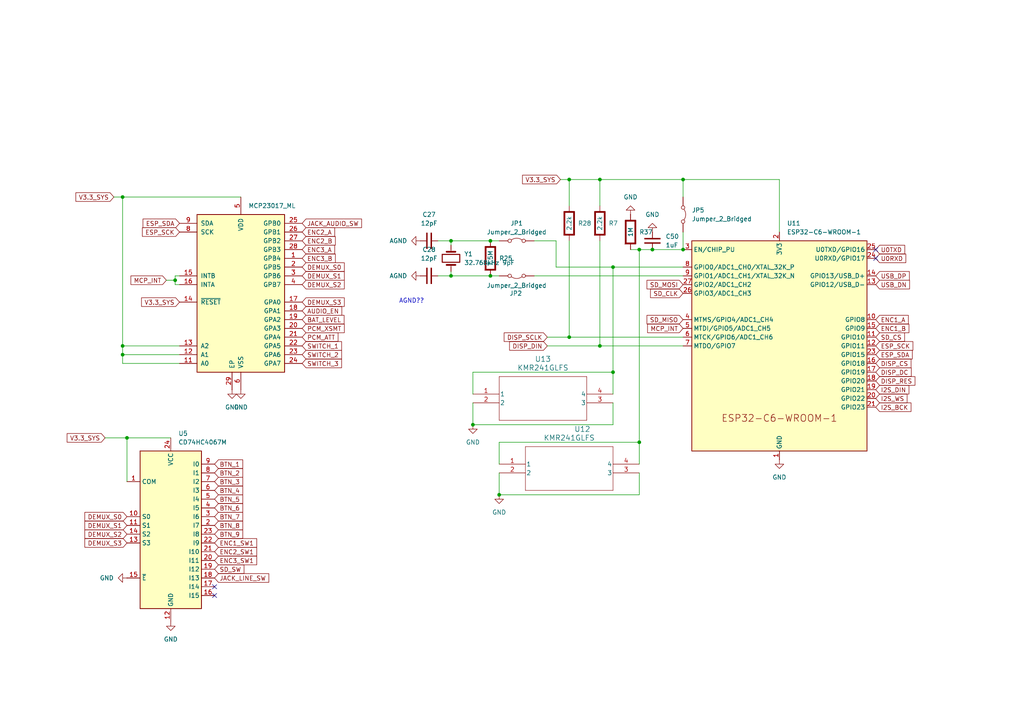
<source format=kicad_sch>
(kicad_sch (version 20231120) (generator "eeschema") (generator_version "8.0")
  (paper "A4")
  (lib_symbols
    (symbol "74xx:CD74HC4067M"
      (property "Reference" "U" (at -8.89 22.86 0))
      (property "Value" "CD74HC4067M" (at 1.27 22.86 0))
      (symbol "CD74HC4067M_0_1"
        (rectangle (start -8.89 21.59) (end 8.89 -24.13) (stroke (width 0.254)) (fill (type background)))
      )
      (symbol "CD74HC4067M_1_1"
        (pin passive line (at -12.7 12.7 0) (length 3.81) (name "COM") (number "1"))
        (pin input line (at -12.7 2.54 0) (length 3.81) (name "S0") (number "10"))
        (pin input line (at -12.7 0 0) (length 3.81) (name "S1") (number "11"))
        (pin power_in line (at 0 -27.94 90) (length 3.81) (name "GND") (number "12"))
        (pin input line (at -12.7 -5.08 0) (length 3.81) (name "S3") (number "13"))
        (pin input line (at -12.7 -2.54 0) (length 3.81) (name "S2") (number "14"))
        (pin input line (at -12.7 -15.24 0) (length 3.81) (name "~{E}") (number "15"))
        (pin passive line (at 12.7 -20.32 180) (length 3.81) (name "I15") (number "16"))
        (pin passive line (at 12.7 -17.78 180) (length 3.81) (name "I14") (number "17"))
        (pin passive line (at 12.7 -15.24 180) (length 3.81) (name "I13") (number "18"))
        (pin passive line (at 12.7 -12.7 180) (length 3.81) (name "I12") (number "19"))
        (pin passive line (at 12.7 0 180) (length 3.81) (name "I7") (number "2"))
        (pin passive line (at 12.7 -10.16 180) (length 3.81) (name "I11") (number "20"))
        (pin passive line (at 12.7 -7.62 180) (length 3.81) (name "I10") (number "21"))
        (pin passive line (at 12.7 -5.08 180) (length 3.81) (name "I9") (number "22"))
        (pin passive line (at 12.7 -2.54 180) (length 3.81) (name "I8") (number "23"))
        (pin power_in line (at 0 25.4 270) (length 3.81) (name "VCC") (number "24"))
        (pin passive line (at 12.7 2.54 180) (length 3.81) (name "I6") (number "3"))
        (pin passive line (at 12.7 5.08 180) (length 3.81) (name "I5") (number "4"))
        (pin passive line (at 12.7 7.62 180) (length 3.81) (name "I4") (number "5"))
        (pin passive line (at 12.7 10.16 180) (length 3.81) (name "I3") (number "6"))
        (pin passive line (at 12.7 12.7 180) (length 3.81) (name "I2") (number "7"))
        (pin passive line (at 12.7 15.24 180) (length 3.81) (name "I1") (number "8"))
        (pin passive line (at 12.7 17.78 180) (length 3.81) (name "I0") (number "9"))
      )
    )
    (symbol "Device:Crystal" (pin_numbers hide) (pin_names (offset 1.016) hide)
      (property "Reference" "Y" (at 0 3.81 0))
      (property "Value" "Crystal" (at 0 -3.81 0))
      (symbol "Crystal_0_1"
        (rectangle (start -1.143 2.54) (end 1.143 -2.54) (stroke (width 0.3048)))
        (polyline (pts (xy -2.54 0) (xy -1.905 0)))
        (polyline (pts (xy -1.905 -1.27) (xy -1.905 1.27)) (stroke (width 0.508)))
        (polyline (pts (xy 1.905 -1.27) (xy 1.905 1.27)) (stroke (width 0.508)))
        (polyline (pts (xy 2.54 0) (xy 1.905 0)))
      )
      (symbol "Crystal_1_1"
        (pin passive line (at -3.81 0 0) (length 1.27) (name "1") (number "1"))
        (pin passive line (at 3.81 0 180) (length 1.27) (name "2") (number "2"))
      )
    )
    (symbol "Interface_Expansion:MCP23017_ML" (pin_names (offset 1.016))
      (property "Reference" "U" (at -11.43 24.13 0))
      (property "Value" "MCP23017_ML" (at 0 0 0))
      (symbol "MCP23017_ML_0_1"
        (rectangle (start -12.7 22.86) (end 12.7 -22.86) (stroke (width 0.254)) (fill (type background)))
      )
      (symbol "MCP23017_ML_1_1"
        (pin bidirectional line (at 17.78 10.16 180) (length 5.08) (name "GPB4") (number "1"))
        (pin no_connect line (at -12.7 12.7 0) (length 5.08) hide (name "NC") (number "10"))
        (pin input line (at -17.78 -20.32 0) (length 5.08) (name "A0") (number "11"))
        (pin input line (at -17.78 -17.78 0) (length 5.08) (name "A1") (number "12"))
        (pin input line (at -17.78 -15.24 0) (length 5.08) (name "A2") (number "13"))
        (pin input line (at -17.78 -2.54 0) (length 5.08) (name "~{RESET}") (number "14"))
        (pin tri_state line (at -17.78 5.08 0) (length 5.08) (name "INTB") (number "15"))
        (pin tri_state line (at -17.78 2.54 0) (length 5.08) (name "INTA") (number "16"))
        (pin bidirectional line (at 17.78 -2.54 180) (length 5.08) (name "GPA0") (number "17"))
        (pin bidirectional line (at 17.78 -5.08 180) (length 5.08) (name "GPA1") (number "18"))
        (pin bidirectional line (at 17.78 -7.62 180) (length 5.08) (name "GPA2") (number "19"))
        (pin bidirectional line (at 17.78 7.62 180) (length 5.08) (name "GPB5") (number "2"))
        (pin bidirectional line (at 17.78 -10.16 180) (length 5.08) (name "GPA3") (number "20"))
        (pin bidirectional line (at 17.78 -12.7 180) (length 5.08) (name "GPA4") (number "21"))
        (pin bidirectional line (at 17.78 -15.24 180) (length 5.08) (name "GPA5") (number "22"))
        (pin bidirectional line (at 17.78 -17.78 180) (length 5.08) (name "GPA6") (number "23"))
        (pin bidirectional line (at 17.78 -20.32 180) (length 5.08) (name "GPA7") (number "24"))
        (pin bidirectional line (at 17.78 20.32 180) (length 5.08) (name "GPB0") (number "25"))
        (pin bidirectional line (at 17.78 17.78 180) (length 5.08) (name "GPB1") (number "26"))
        (pin bidirectional line (at 17.78 15.24 180) (length 5.08) (name "GPB2") (number "27"))
        (pin bidirectional line (at 17.78 12.7 180) (length 5.08) (name "GPB3") (number "28"))
        (pin passive line (at -2.54 -27.94 90) (length 5.08) (name "EP") (number "29"))
        (pin bidirectional line (at 17.78 5.08 180) (length 5.08) (name "GPB6") (number "3"))
        (pin bidirectional line (at 17.78 2.54 180) (length 5.08) (name "GPB7") (number "4"))
        (pin power_in line (at 0 27.94 270) (length 5.08) (name "VDD") (number "5"))
        (pin power_in line (at 0 -27.94 90) (length 5.08) (name "VSS") (number "6"))
        (pin no_connect line (at -12.7 15.24 0) (length 5.08) hide (name "NC") (number "7"))
        (pin input line (at -17.78 17.78 0) (length 5.08) (name "SCK") (number "8"))
        (pin bidirectional line (at -17.78 20.32 0) (length 5.08) (name "SDA") (number "9"))
      )
    )
    (symbol "Jumper:Jumper_2_Bridged" (pin_numbers hide) (pin_names (offset 0) hide) (exclude_from_sim yes)
      (property "Reference" "JP" (at 0 1.905 0))
      (property "Value" "Jumper_2_Bridged" (at 0 -2.54 0))
      (symbol "Jumper_2_Bridged_0_0"
        (circle (center -2.032 0) (radius 0.508))
        (circle (center 2.032 0) (radius 0.508))
      )
      (symbol "Jumper_2_Bridged_0_1"
        (arc (start 1.524 0.254) (mid 0 0.762) (end -1.524 0.254))
      )
      (symbol "Jumper_2_Bridged_1_1"
        (pin passive line (at -5.08 0 0) (length 2.54) (name "A") (number "1"))
        (pin passive line (at 5.08 0 180) (length 2.54) (name "B") (number "2"))
      )
    )
    (symbol "PCM_Elektuur:R" (pin_numbers hide) (pin_names (offset 0) hide)
      (property "Reference" "R" (at 2.54 3.175 0))
      (property "Value" "R" (at 0 0 90))
      (symbol "R_1_1"
        (polyline (pts (xy -1.524 -3.429) (xy 1.524 -3.429) (xy 1.524 3.429) (xy -1.524 3.429) (xy -1.524 -3.429) (xy -1.27 -3.175) (xy -1.27 3.175) (xy 1.27 3.175) (xy 1.27 -3.175) (xy -1.27 -3.175) (xy -1.524 -3.429)) (stroke (width 0.254)) (fill (type outline)))
        (pin passive line (at 0 5.08 270) (length 1.651) (name "+") (number "1"))
        (pin passive line (at 0 -5.08 90) (length 1.651) (name "-") (number "2"))
      )
      (symbol "R_1_2"
        (polyline (pts (xy -0.508 -3.429) (xy 1.524 -3.429) (xy 1.524 3.429) (xy -0.508 3.429) (xy -0.508 3.175) (xy 1.27 3.175) (xy 1.27 -3.175) (xy -0.508 -3.175) (xy -0.508 -3.429)) (stroke (width 0.254)) (fill (type outline)))
        (pin passive line (at 0 5.08 270) (length 1.651) (name "+") (number "1"))
        (pin passive line (at 0 -5.08 90) (length 1.651) (name "-") (number "2"))
      )
      (symbol "R_1_3"
        (polyline (pts (xy 0 3.4798) (xy 0 3.2004) (xy 0.7112 2.794) (xy -1.1938 1.6764) (xy 0.7112 0.5588) (xy -1.1938 -0.5588) (xy 0.7112 -1.6764) (xy -1.1938 -2.794) (xy 0 -3.4798) (xy 0 -3.2004) (xy -0.7112 -2.794) (xy 1.1938 -1.6764) (xy -0.7112 -0.5588) (xy 1.1938 0.5588) (xy -0.7112 1.6764) (xy 1.1938 2.794) (xy 0 3.4798)) (stroke (width 0.254)) (fill (type outline)))
        (pin passive line (at 0 5.08 270) (length 1.6002) (name "+") (number "1"))
        (pin passive line (at 0 -5.08 90) (length 1.6002) (name "-") (number "2"))
      )
      (symbol "R_1_4"
        (polyline (pts (xy 0 4.5466) (xy 0 4.2672) (xy 0.0508 4.2418) (xy 1.016 3.683) (xy -1.524 2.2098) (xy 1.016 0.7366) (xy -1.524 -0.7366) (xy 1.016 -2.2098) (xy -1.524 -3.683) (xy -0.0762 -4.5212) (xy 0 -4.5466) (xy 0 -4.2672) (xy -0.0508 -4.2418) (xy -1.016 -3.683) (xy 1.524 -2.2098) (xy -1.016 -0.7366) (xy 1.524 0.7366) (xy -1.016 2.2098) (xy 1.524 3.683) (xy 0.0762 4.5212) (xy 0 4.5466)) (stroke (width 0.254)) (fill (type outline)))
        (pin passive line (at 0 5.08 270) (length 0.5334) (name "+") (number "1"))
        (pin passive line (at 0 -5.08 90) (length 0.5334) (name "-") (number "2"))
      )
    )
    (symbol "PCM_Espressif:ESP32-C6-WROOM-1"
      (property "Reference" "U" (at -25.4 35.56 0))
      (property "Value" "ESP32-C6-WROOM-1" (at -25.4 33.02 0))
      (symbol "ESP32-C6-WROOM-1_0_0"
        (text "ESP32-C6-WROOM-1" (at 0 -20.955 0) (effects (font (size 2 2))))
      )
      (symbol "ESP32-C6-WROOM-1_0_1"
        (rectangle (start -25.4 30.48) (end 25.4 -30.48) (stroke (width 0.254)) (fill (type background)))
      )
      (symbol "ESP32-C6-WROOM-1_1_1"
        (pin power_in line (at 0 -33.02 90) (length 2.54) (name "GND") (number "1"))
        (pin bidirectional line (at 27.94 7.62 180) (length 2.54) (name "GPIO8") (number "10"))
        (pin bidirectional line (at 27.94 2.54 180) (length 2.54) (name "GPIO10") (number "11"))
        (pin bidirectional line (at 27.94 0 180) (length 2.54) (name "GPIO11") (number "12"))
        (pin bidirectional line (at 27.94 17.78 180) (length 2.54) (name "GPIO12/USB_D-") (number "13"))
        (pin bidirectional line (at 27.94 20.32 180) (length 2.54) (name "GPIO13/USB_D+") (number "14"))
        (pin bidirectional line (at 27.94 5.08 180) (length 2.54) (name "GPIO9") (number "15"))
        (pin bidirectional line (at 27.94 -5.08 180) (length 2.54) (name "GPIO18") (number "16"))
        (pin bidirectional line (at 27.94 -7.62 180) (length 2.54) (name "GPIO19") (number "17"))
        (pin bidirectional line (at 27.94 -10.16 180) (length 2.54) (name "GPIO20") (number "18"))
        (pin bidirectional line (at 27.94 -12.7 180) (length 2.54) (name "GPIO21") (number "19"))
        (pin power_in line (at 0 33.02 270) (length 2.54) (name "3V3") (number "2"))
        (pin bidirectional line (at 27.94 -15.24 180) (length 2.54) (name "GPIO22") (number "20"))
        (pin bidirectional line (at 27.94 -17.78 180) (length 2.54) (name "GPIO23") (number "21"))
        (pin no_connect line (at -25.4 -12.7 0) (length 2.54) hide (name "NC") (number "22"))
        (pin bidirectional line (at 27.94 -2.54 180) (length 2.54) (name "GPIO15") (number "23"))
        (pin bidirectional line (at 27.94 25.4 180) (length 2.54) (name "U0RXD/GPIO17") (number "24"))
        (pin bidirectional line (at 27.94 27.94 180) (length 2.54) (name "U0TXD/GPIO16") (number "25"))
        (pin bidirectional line (at -27.94 15.24 0) (length 2.54) (name "GPIO3/ADC1_CH3") (number "26"))
        (pin bidirectional line (at -27.94 17.78 0) (length 2.54) (name "GPIO2/ADC1_CH2") (number "27"))
        (pin passive line (at 0 -33.02 90) (length 2.54) hide (name "GND") (number "28"))
        (pin passive line (at 0 -33.02 90) (length 2.54) hide (name "GND") (number "29"))
        (pin input line (at -27.94 27.94 0) (length 2.54) (name "EN/CHIP_PU") (number "3"))
        (pin bidirectional line (at -27.94 7.62 0) (length 2.54) (name "MTMS/GPIO4/ADC1_CH4") (number "4"))
        (pin bidirectional line (at -27.94 5.08 0) (length 2.54) (name "MTDI/GPIO5/ADC1_CH5") (number "5"))
        (pin bidirectional line (at -27.94 2.54 0) (length 2.54) (name "MTCK/GPIO6/ADC1_CH6") (number "6"))
        (pin bidirectional line (at -27.94 0 0) (length 2.54) (name "MTDO/GPIO7") (number "7"))
        (pin bidirectional line (at -27.94 22.86 0) (length 2.54) (name "GPIO0/ADC1_CH0/XTAL_32K_P") (number "8"))
        (pin bidirectional line (at -27.94 20.32 0) (length 2.54) (name "GPIO1/ADC1_CH1/XTAL_32K_N") (number "9"))
      )
    )
    (symbol "PCM_SL_Devices:Capacitor_NP"
      (property "Reference" "C" (at 0 6.35 0))
      (property "Value" "Capacitor_NP" (at 0 3.81 0))
      (symbol "Capacitor_NP_0_1"
        (rectangle (start -0.762 2.286) (end -0.508 -2.286) (fill (type outline)))
        (rectangle (start 0.508 2.286) (end 0.762 -2.286) (fill (type outline)))
      )
      (symbol "Capacitor_NP_1_1"
        (pin passive line (at -2.54 0 0) (length 2) (name "~") (number "1"))
        (pin input line (at 2.54 0 180) (length 2) (name "~") (number "2"))
      )
    )
    (symbol "power:GND" (power) (pin_numbers hide) (pin_names (offset 0) hide)
      (property "Value" "GND" (at 0 -3.81 0))
      (symbol "GND_0_1"
        (polyline (pts (xy 0 0) (xy 0 -1.27) (xy 1.27 -1.27) (xy 0 -2.54) (xy -1.27 -1.27) (xy 0 -1.27)))
      )
      (symbol "GND_1_1"
        (pin power_in line (at 0 0 270) (length 0) (name "~") (number "1"))
      )
    )
    (symbol "uwu:KMR241GLFS" (pin_names (offset 0.254))
      (property "Reference" "U" (at 20.32 10.16 0))
      (property "Value" "KMR241GLFS" (at 20.32 7.62 0))
      (symbol "KMR241GLFS_0_1"
        (polyline (pts (xy 7.62 -7.62) (xy 33.02 -7.62)) (stroke (width 0.127)))
        (polyline (pts (xy 7.62 5.08) (xy 7.62 -7.62)) (stroke (width 0.127)))
        (polyline (pts (xy 33.02 -7.62) (xy 33.02 5.08)) (stroke (width 0.127)))
        (polyline (pts (xy 33.02 5.08) (xy 7.62 5.08)) (stroke (width 0.127)))
        (pin passive line (at 0 0 0) (length 7.62) (name "1") (number "1"))
        (pin passive line (at 0 -2.54 0) (length 7.62) (name "2") (number "2"))
        (pin passive line (at 40.64 -2.54 180) (length 7.62) (name "3") (number "3"))
        (pin passive line (at 40.64 0 180) (length 7.62) (name "4") (number "4"))
      )
    )
  )
  (junction (at 198.12 72.39))
  (junction (at 165.1 52.07))
  (junction (at 130.81 69.85))
  (junction (at 142.24 80.01))
  (junction (at 198.12 52.07))
  (junction (at 50.8 81.28))
  (junction (at 185.42 128.27))
  (junction (at 35.56 102.87))
  (junction (at 142.24 69.85))
  (junction (at 36.83 127))
  (junction (at 173.99 52.07))
  (junction (at 35.56 100.33))
  (junction (at 189.23 72.39))
  (junction (at 165.1 97.79))
  (junction (at 185.42 72.39))
  (junction (at 130.81 80.01))
  (junction (at 144.78 143.51))
  (junction (at 173.99 100.33))
  (junction (at 35.56 57.15))
  (junction (at 137.16 123.19))
  (junction (at 177.8 77.47))
  (junction (at 177.8 107.95))
  (no_connect (at 254 74.93))
  (no_connect (at 62.23 172.72))
  (no_connect (at 254 72.39))
  (no_connect (at 62.23 170.18))
  (wire (pts (xy 165.1 52.07) (xy 165.1 59.69)))
  (wire (pts (xy 182.88 72.39) (xy 185.42 72.39)))
  (wire (pts (xy 35.56 102.87) (xy 52.07 102.87)))
  (wire (pts (xy 173.99 52.07) (xy 173.99 59.69)))
  (wire (pts (xy 198.12 67.31) (xy 198.12 72.39)))
  (wire (pts (xy 144.78 143.51) (xy 144.78 137.16)))
  (wire (pts (xy 185.42 72.39) (xy 189.23 72.39)))
  (wire (pts (xy 142.24 69.85) (xy 144.78 69.85)))
  (wire (pts (xy 50.8 81.28) (xy 50.8 80.01)))
  (wire (pts (xy 162.56 52.07) (xy 165.1 52.07)))
  (wire (pts (xy 127 69.85) (xy 130.81 69.85)))
  (wire (pts (xy 52.07 105.41) (xy 35.56 105.41)))
  (wire (pts (xy 177.8 116.84) (xy 177.8 123.19)))
  (wire (pts (xy 33.02 57.15) (xy 35.56 57.15)))
  (wire (pts (xy 35.56 57.15) (xy 69.85 57.15)))
  (wire (pts (xy 165.1 52.07) (xy 173.99 52.07)))
  (wire (pts (xy 185.42 128.27) (xy 185.42 134.62)))
  (wire (pts (xy 177.8 77.47) (xy 177.8 107.95)))
  (wire (pts (xy 35.56 102.87) (xy 35.56 100.33)))
  (wire (pts (xy 144.78 143.51) (xy 185.42 143.51)))
  (wire (pts (xy 198.12 52.07) (xy 226.06 52.07)))
  (wire (pts (xy 154.94 80.01) (xy 198.12 80.01)))
  (wire (pts (xy 142.24 80.01) (xy 144.78 80.01)))
  (wire (pts (xy 50.8 80.01) (xy 52.07 80.01)))
  (wire (pts (xy 226.06 52.07) (xy 226.06 67.31)))
  (wire (pts (xy 158.75 97.79) (xy 165.1 97.79)))
  (wire (pts (xy 52.07 82.55) (xy 50.8 82.55)))
  (wire (pts (xy 35.56 105.41) (xy 35.56 102.87)))
  (wire (pts (xy 130.81 69.85) (xy 130.81 71.12)))
  (wire (pts (xy 30.48 127) (xy 36.83 127)))
  (wire (pts (xy 130.81 80.01) (xy 142.24 80.01)))
  (wire (pts (xy 177.8 77.47) (xy 198.12 77.47)))
  (wire (pts (xy 154.94 69.85) (xy 161.29 69.85)))
  (wire (pts (xy 161.29 77.47) (xy 177.8 77.47)))
  (wire (pts (xy 36.83 127) (xy 36.83 139.7)))
  (wire (pts (xy 137.16 107.95) (xy 177.8 107.95)))
  (wire (pts (xy 177.8 107.95) (xy 177.8 114.3)))
  (wire (pts (xy 144.78 128.27) (xy 144.78 134.62)))
  (wire (pts (xy 35.56 100.33) (xy 52.07 100.33)))
  (wire (pts (xy 137.16 123.19) (xy 137.16 116.84)))
  (wire (pts (xy 130.81 69.85) (xy 142.24 69.85)))
  (wire (pts (xy 137.16 107.95) (xy 137.16 114.3)))
  (wire (pts (xy 48.26 81.28) (xy 50.8 81.28)))
  (wire (pts (xy 35.56 100.33) (xy 35.56 57.15)))
  (wire (pts (xy 173.99 52.07) (xy 198.12 52.07)))
  (wire (pts (xy 161.29 69.85) (xy 161.29 77.47)))
  (wire (pts (xy 130.81 78.74) (xy 130.81 80.01)))
  (wire (pts (xy 185.42 137.16) (xy 185.42 143.51)))
  (wire (pts (xy 173.99 69.85) (xy 173.99 100.33)))
  (wire (pts (xy 189.23 72.39) (xy 198.12 72.39)))
  (wire (pts (xy 36.83 127) (xy 49.53 127)))
  (wire (pts (xy 50.8 82.55) (xy 50.8 81.28)))
  (wire (pts (xy 144.78 128.27) (xy 185.42 128.27)))
  (wire (pts (xy 198.12 52.07) (xy 198.12 57.15)))
  (wire (pts (xy 173.99 100.33) (xy 198.12 100.33)))
  (wire (pts (xy 127 80.01) (xy 130.81 80.01)))
  (wire (pts (xy 137.16 123.19) (xy 177.8 123.19)))
  (wire (pts (xy 185.42 72.39) (xy 185.42 128.27)))
  (wire (pts (xy 158.75 100.33) (xy 173.99 100.33)))
  (wire (pts (xy 165.1 69.85) (xy 165.1 97.79)))
  (wire (pts (xy 165.1 97.79) (xy 198.12 97.79)))
  (text "AGND??" (at 119.38 87.376 0) (effects (font (size 1.27 1.27))))
  (global_label "BTN_2" (shape input) (at 62.23 137.16 0) (property "Intersheetrefs" "${INTERSHEET_REFS}" (effects (hide yes))))
  (global_label "DEMUX_S1" (shape input) (at 87.63 80.01 0) (property "Intersheetrefs" "${INTERSHEET_REFS}" (effects (hide yes))))
  (global_label "I2S_DIN" (shape input) (at 254 113.03 0) (property "Intersheetrefs" "${INTERSHEET_REFS}" (effects (hide yes))))
  (global_label "PCM_XSMT" (shape input) (at 87.63 95.25 0) (property "Intersheetrefs" "${INTERSHEET_REFS}" (effects (hide yes))))
  (global_label "DISP_DC" (shape input) (at 254 107.95 0) (property "Intersheetrefs" "${INTERSHEET_REFS}" (effects (hide yes))))
  (global_label "AUDIO_EN" (shape input) (at 87.63 90.17 0) (property "Intersheetrefs" "${INTERSHEET_REFS}" (effects (hide yes))))
  (global_label "BTN_1" (shape input) (at 62.23 134.62 0) (property "Intersheetrefs" "${INTERSHEET_REFS}" (effects (hide yes))))
  (global_label "ESP_SDA" (shape input) (at 254 102.87 0) (property "Intersheetrefs" "${INTERSHEET_REFS}" (effects (hide yes))))
  (global_label "ENC1_B" (shape input) (at 254 95.25 0) (property "Intersheetrefs" "${INTERSHEET_REFS}" (effects (hide yes))))
  (global_label "U0RXD" (shape input) (at 254 74.93 0) (property "Intersheetrefs" "${INTERSHEET_REFS}" (effects (hide yes))))
  (global_label "BTN_9" (shape input) (at 62.23 154.94 0) (property "Intersheetrefs" "${INTERSHEET_REFS}" (effects (hide yes))))
  (global_label "I2S_BCK" (shape input) (at 254 118.11 0) (property "Intersheetrefs" "${INTERSHEET_REFS}" (effects (hide yes))))
  (global_label "JACK_LINE_SW" (shape input) (at 62.23 167.64 0) (property "Intersheetrefs" "${INTERSHEET_REFS}" (effects (hide yes))))
  (global_label "SWITCH_2" (shape input) (at 87.63 102.87 0) (property "Intersheetrefs" "${INTERSHEET_REFS}" (effects (hide yes))))
  (global_label "V3.3_SYS" (shape input) (at 33.02 57.15 180) (property "Intersheetrefs" "${INTERSHEET_REFS}" (effects (hide yes))))
  (global_label "DEMUX_S3" (shape input) (at 87.63 87.63 0) (property "Intersheetrefs" "${INTERSHEET_REFS}" (effects (hide yes))))
  (global_label "BTN_8" (shape input) (at 62.23 152.4 0) (property "Intersheetrefs" "${INTERSHEET_REFS}" (effects (hide yes))))
  (global_label "DEMUX_S2" (shape input) (at 36.83 154.94 180) (property "Intersheetrefs" "${INTERSHEET_REFS}" (effects (hide yes))))
  (global_label "ESP_SCK" (shape input) (at 254 100.33 0) (property "Intersheetrefs" "${INTERSHEET_REFS}" (effects (hide yes))))
  (global_label "BTN_3" (shape input) (at 62.23 139.7 0) (property "Intersheetrefs" "${INTERSHEET_REFS}" (effects (hide yes))))
  (global_label "ENC2_B" (shape input) (at 87.63 69.85 0) (property "Intersheetrefs" "${INTERSHEET_REFS}" (effects (hide yes))))
  (global_label "V3.3_SYS" (shape input) (at 52.07 87.63 180) (property "Intersheetrefs" "${INTERSHEET_REFS}" (effects (hide yes))))
  (global_label "DISP_SCLK" (shape input) (at 158.75 97.79 180) (property "Intersheetrefs" "${INTERSHEET_REFS}" (effects (hide yes))))
  (global_label "SD_SW" (shape input) (at 62.23 165.1 0) (property "Intersheetrefs" "${INTERSHEET_REFS}" (effects (hide yes))))
  (global_label "MCP_INT" (shape input) (at 48.26 81.28 180) (property "Intersheetrefs" "${INTERSHEET_REFS}" (effects (hide yes))))
  (global_label "DEMUX_S0" (shape input) (at 36.83 149.86 180) (property "Intersheetrefs" "${INTERSHEET_REFS}" (effects (hide yes))))
  (global_label "SWITCH_3" (shape input) (at 87.63 105.41 0) (property "Intersheetrefs" "${INTERSHEET_REFS}" (effects (hide yes))))
  (global_label "DEMUX_S1" (shape input) (at 36.83 152.4 180) (property "Intersheetrefs" "${INTERSHEET_REFS}" (effects (hide yes))))
  (global_label "USB_DN" (shape input) (at 254 82.55 0) (property "Intersheetrefs" "${INTERSHEET_REFS}" (effects (hide yes))))
  (global_label "ENC2_SW1" (shape input) (at 62.23 160.02 0) (property "Intersheetrefs" "${INTERSHEET_REFS}" (effects (hide yes))))
  (global_label "ENC3_SW1" (shape input) (at 62.23 162.56 0) (property "Intersheetrefs" "${INTERSHEET_REFS}" (effects (hide yes))))
  (global_label "ESP_SDA" (shape input) (at 52.07 64.77 180) (property "Intersheetrefs" "${INTERSHEET_REFS}" (effects (hide yes))))
  (global_label "DEMUX_S2" (shape input) (at 87.63 82.55 0) (property "Intersheetrefs" "${INTERSHEET_REFS}" (effects (hide yes))))
  (global_label "DEMUX_S0" (shape input) (at 87.63 77.47 0) (property "Intersheetrefs" "${INTERSHEET_REFS}" (effects (hide yes))))
  (global_label "ESP_SCK" (shape input) (at 52.07 67.31 180) (property "Intersheetrefs" "${INTERSHEET_REFS}" (effects (hide yes))))
  (global_label "DISP_CS" (shape input) (at 254 105.41 0) (property "Intersheetrefs" "${INTERSHEET_REFS}" (effects (hide yes))))
  (global_label "USB_DP" (shape input) (at 254 80.01 0) (property "Intersheetrefs" "${INTERSHEET_REFS}" (effects (hide yes))))
  (global_label "SD_CS" (shape input) (at 254 97.79 0) (property "Intersheetrefs" "${INTERSHEET_REFS}" (effects (hide yes))))
  (global_label "SD_CLK" (shape input) (at 198.12 85.09 180) (property "Intersheetrefs" "${INTERSHEET_REFS}" (effects (hide yes))))
  (global_label "ENC3_B" (shape input) (at 87.63 74.93 0) (property "Intersheetrefs" "${INTERSHEET_REFS}" (effects (hide yes))))
  (global_label "ENC1_A" (shape input) (at 254 92.71 0) (property "Intersheetrefs" "${INTERSHEET_REFS}" (effects (hide yes))))
  (global_label "DEMUX_S3" (shape input) (at 36.83 157.48 180) (property "Intersheetrefs" "${INTERSHEET_REFS}" (effects (hide yes))))
  (global_label "ENC2_A" (shape input) (at 87.63 67.31 0) (property "Intersheetrefs" "${INTERSHEET_REFS}" (effects (hide yes))))
  (global_label "SWITCH_1" (shape input) (at 87.63 100.33 0) (property "Intersheetrefs" "${INTERSHEET_REFS}" (effects (hide yes))))
  (global_label "I2S_WS" (shape input) (at 254 115.57 0) (property "Intersheetrefs" "${INTERSHEET_REFS}" (effects (hide yes))))
  (global_label "SD_MOSI" (shape input) (at 198.12 82.55 180) (property "Intersheetrefs" "${INTERSHEET_REFS}" (effects (hide yes))))
  (global_label "U0TXD" (shape input) (at 254 72.39 0) (property "Intersheetrefs" "${INTERSHEET_REFS}" (effects (hide yes))))
  (global_label "BTN_5" (shape input) (at 62.23 144.78 0) (property "Intersheetrefs" "${INTERSHEET_REFS}" (effects (hide yes))))
  (global_label "BTN_4" (shape input) (at 62.23 142.24 0) (property "Intersheetrefs" "${INTERSHEET_REFS}" (effects (hide yes))))
  (global_label "DISP_DIN" (shape input) (at 158.75 100.33 180) (property "Intersheetrefs" "${INTERSHEET_REFS}" (effects (hide yes))))
  (global_label "V3.3_SYS" (shape input) (at 162.56 52.07 180) (property "Intersheetrefs" "${INTERSHEET_REFS}" (effects (hide yes))))
  (global_label "BTN_6" (shape input) (at 62.23 147.32 0) (property "Intersheetrefs" "${INTERSHEET_REFS}" (effects (hide yes))))
  (global_label "PCM_ATT" (shape input) (at 87.63 97.79 0) (property "Intersheetrefs" "${INTERSHEET_REFS}" (effects (hide yes))))
  (global_label "BTN_7" (shape input) (at 62.23 149.86 0) (property "Intersheetrefs" "${INTERSHEET_REFS}" (effects (hide yes))))
  (global_label "DISP_RES" (shape input) (at 254 110.49 0) (property "Intersheetrefs" "${INTERSHEET_REFS}" (effects (hide yes))))
  (global_label "V3.3_SYS" (shape input) (at 30.48 127 180) (property "Intersheetrefs" "${INTERSHEET_REFS}" (effects (hide yes))))
  (global_label "BAT_LEVEL" (shape input) (at 87.63 92.71 0) (property "Intersheetrefs" "${INTERSHEET_REFS}" (effects (hide yes))))
  (global_label "JACK_AUDIO_SW" (shape input) (at 87.63 64.77 0) (property "Intersheetrefs" "${INTERSHEET_REFS}" (effects (hide yes))))
  (global_label "ENC3_A" (shape input) (at 87.63 72.39 0) (property "Intersheetrefs" "${INTERSHEET_REFS}" (effects (hide yes))))
  (global_label "MCP_INT" (shape input) (at 198.12 95.25 180) (property "Intersheetrefs" "${INTERSHEET_REFS}" (effects (hide yes))))
  (global_label "ENC1_SW1" (shape input) (at 62.23 157.48 0) (property "Intersheetrefs" "${INTERSHEET_REFS}" (effects (hide yes))))
  (global_label "SD_MISO" (shape input) (at 198.12 92.71 180) (property "Intersheetrefs" "${INTERSHEET_REFS}" (effects (hide yes))))
  (symbol (lib_id "power:GND") (at 49.53 180.34 0) (unit 1)
    (property "Reference" "#PWR021" (effects (hide yes)))
    (property "Value" "GND" (at 49.53 185.42 0))
    (property "Description" "Power symbol creates a global label with name \"GND\" , ground" (effects (hide yes)))
  )
  (symbol (lib_id "uwu:KMR241GLFS") (at 144.78 134.62 0) (unit 1)
    (property "Reference" "U12" (at 168.91 124.46 0) (effects (font (size 1.524 1.524))))
    (property "Value" "KMR241GLFS" (at 165.1 127 0) (effects (font (size 1.524 1.524))))
    (property "Footprint" "uwu:SWITCH_241GLFS" (effects (hide yes)))
    (property "Datasheet" "KMR241GLFS" (effects (hide yes)))
  )
  (symbol (lib_id "power:GND") (at 226.06 133.35 0) (unit 1)
    (property "Reference" "#PWR02" (effects (hide yes)))
    (property "Value" "GND" (at 226.06 138.43 0))
    (property "Description" "Power symbol creates a global label with name \"GND\" , ground" (effects (hide yes)))
  )
  (symbol (lib_id "PCM_Elektuur:R") (at 142.24 74.93 0) (unit 1)
    (property "Reference" "R25" (at 144.78 74.9299 0) (effects (justify left)))
    (property "Value" "7.5M" (at 142.24 74.93 90))
    (property "Footprint" "Resistor_SMD:R_0603_1608Metric" (effects (hide yes)))
    (property "Description" "resistor" (effects (hide yes)))
    (property "Indicator" "+" (effects (hide yes)))
    (property "Rating" "W" (effects (hide yes)))
  )
  (symbol (lib_id "PCM_SL_Devices:Capacitor_NP") (at 124.46 80.01 0) (unit 1)
    (property "Reference" "C28" (at 124.46 72.39 0))
    (property "Value" "12pF" (at 124.46 74.93 0))
    (property "Footprint" "Capacitor_SMD:C_0402_1005Metric" (effects (hide yes)))
    (property "Description" "Unpolarized Capacitor" (effects (hide yes)))
  )
  (symbol (lib_id "power:GND") (at 121.92 69.85 270) (unit 1)
    (property "Reference" "#PWR062" (effects (hide yes)))
    (property "Value" "AGND" (at 118.11 69.8499 90) (effects (justify right)))
    (property "Description" "Power symbol creates a global label with name \"GND\" , ground" (effects (hide yes)))
  )
  (symbol (lib_id "uwu:KMR241GLFS") (at 137.16 114.3 0) (unit 1)
    (property "Reference" "U13" (at 157.48 104.14 0) (effects (font (size 1.524 1.524))))
    (property "Value" "KMR241GLFS" (at 157.48 106.68 0) (effects (font (size 1.524 1.524))))
    (property "Footprint" "uwu:SWITCH_241GLFS" (effects (hide yes)))
    (property "Datasheet" "KMR241GLFS" (effects (hide yes)))
  )
  (symbol (lib_id "power:GND") (at 67.31 113.03 0) (unit 1)
    (property "Reference" "#PWR04" (effects (hide yes)))
    (property "Value" "GND" (at 67.31 118.11 0))
    (property "Description" "Power symbol creates a global label with name \"GND\" , ground" (effects (hide yes)))
  )
  (symbol (lib_id "Jumper:Jumper_2_Bridged") (at 149.86 80.01 180) (unit 1) (exclude_from_sim yes)
    (property "Reference" "JP2" (at 149.606 85.09 0))
    (property "Value" "Jumper_2_Bridged" (at 149.86 82.804 0))
    (property "Footprint" "PCM_Jumper_AKL:Jumper_P2.54mm_D0.7mm" (effects (hide yes)))
    (property "Description" "Jumper, 2-pole, closed/bridged" (effects (hide yes)))
  )
  (symbol (lib_id "power:GND") (at 121.92 80.01 270) (unit 1)
    (property "Reference" "#PWR092" (effects (hide yes)))
    (property "Value" "AGND" (at 118.11 80.0099 90) (effects (justify right)))
    (property "Description" "Power symbol creates a global label with name \"GND\" , ground" (effects (hide yes)))
  )
  (symbol (lib_id "power:GND") (at 189.23 67.31 180) (unit 1)
    (property "Reference" "#PWR037" (effects (hide yes)))
    (property "Value" "GND" (at 189.23 62.23 0))
    (property "Description" "Power symbol creates a global label with name \"GND\" , ground" (effects (hide yes)))
  )
  (symbol (lib_id "74xx:CD74HC4067M") (at 49.53 152.4 0) (unit 1)
    (property "Reference" "U5" (at 51.7241 125.73 0) (effects (justify left)))
    (property "Value" "CD74HC4067M" (at 51.7241 128.27 0) (effects (justify left)))
    (property "Footprint" "Package_SO:SOIC-24W_7.5x15.4mm_P1.27mm" (effects (hide yes)))
    (property "Datasheet" "http://www.ti.com/lit/ds/symlink/cd74hc4067.pdf" (effects (hide yes)))
    (property "Description" "High-Speed CMOS Logic 16-Channel Analog Multiplexer/Demultiplexer, SOIC-24" (effects (hide yes)))
  )
  (symbol (lib_id "Jumper:Jumper_2_Bridged") (at 149.86 69.85 0) (unit 1) (exclude_from_sim yes)
    (property "Reference" "JP1" (at 149.86 64.77 0))
    (property "Value" "Jumper_2_Bridged" (at 149.86 67.31 0))
    (property "Footprint" "PCM_Jumper_AKL:Jumper_P2.54mm_D0.7mm" (effects (hide yes)))
    (property "Description" "Jumper, 2-pole, closed/bridged" (effects (hide yes)))
  )
  (symbol (lib_id "Interface_Expansion:MCP23017_ML") (at 69.85 85.09 0) (unit 1)
    (property "Reference" "U10" (effects (hide yes)))
    (property "Value" "MCP23017_ML" (at 72.0441 59.69 0) (effects (justify left)))
    (property "Footprint" "Package_DFN_QFN:QFN-28-1EP_6x6mm_P0.65mm_EP4.25x4.25mm" (effects (hide yes)))
    (property "Datasheet" "http://ww1.microchip.com/downloads/en/DeviceDoc/20001952C.pdf" (effects (hide yes)))
    (property "Description" "16-bit I/O expander, I2C, interrupts, w pull-ups, QFN-28" (effects (hide yes)))
  )
  (symbol (lib_id "Jumper:Jumper_2_Bridged") (at 198.12 62.23 270) (unit 1) (exclude_from_sim yes)
    (property "Reference" "JP5" (at 200.66 60.9599 90) (effects (justify left)))
    (property "Value" "Jumper_2_Bridged" (at 200.66 63.4999 90) (effects (justify left)))
    (property "Footprint" "PCM_Jumper_AKL:Jumper_P2.54mm_D0.7mm" (effects (hide yes)))
    (property "Description" "Jumper, 2-pole, closed/bridged" (effects (hide yes)))
  )
  (symbol (lib_id "Device:Crystal") (at 130.81 74.93 270) (unit 1)
    (property "Reference" "Y1" (at 134.62 73.6599 90) (effects (justify left)))
    (property "Value" "32.768kHz 9pF" (at 134.62 76.1999 90) (effects (justify left)))
    (property "Footprint" "uwu:XTAL_ASE-24.576MHZ-LC-T" (effects (hide yes)))
    (property "Description" "Two pin crystal" (effects (hide yes)))
  )
  (symbol (lib_id "power:GND") (at 182.88 62.23 180) (unit 1)
    (property "Reference" "#PWR036" (effects (hide yes)))
    (property "Value" "GND" (at 182.88 57.15 0))
    (property "Description" "Power symbol creates a global label with name \"GND\" , ground" (effects (hide yes)))
  )
  (symbol (lib_id "power:GND") (at 69.85 113.03 0) (unit 1)
    (property "Reference" "#PWR03" (effects (hide yes)))
    (property "Value" "GND" (at 69.85 118.11 0))
    (property "Description" "Power symbol creates a global label with name \"GND\" , ground" (effects (hide yes)))
  )
  (symbol (lib_id "PCM_SL_Devices:Capacitor_NP") (at 124.46 69.85 0) (unit 1)
    (property "Reference" "C27" (at 124.46 62.23 0))
    (property "Value" "12pF" (at 124.46 64.77 0))
    (property "Footprint" "Capacitor_SMD:C_0402_1005Metric" (effects (hide yes)))
    (property "Description" "Unpolarized Capacitor" (effects (hide yes)))
  )
  (symbol (lib_id "PCM_Espressif:ESP32-C6-WROOM-1") (at 226.06 100.33 0) (unit 1)
    (property "Reference" "U11" (at 228.2541 64.77 0) (effects (justify left)))
    (property "Value" "ESP32-C6-WROOM-1" (at 228.2541 67.31 0) (effects (justify left)))
    (property "Footprint" "PCM_Espressif:ESP32-C6-WROOM-1" (effects (hide yes)))
    (property "Datasheet" "https://www.espressif.com/sites/default/files/documentation/esp32-c6-wroom-1_wroom-1u_datasheet_en.pdf" (effects (hide yes)))
    (property "Description" "ESP32-C6-WROOM-1/U is a module that supports 2.4 GHz Wi-Fi 6 (802.11 ax), Bluetooth® 5 (LE), Zigbee and Thread (802.15.4)" (effects (hide yes)))
  )
  (symbol (lib_id "power:GND") (at 144.78 143.51 0) (unit 1)
    (property "Reference" "#PWR05" (effects (hide yes)))
    (property "Value" "GND" (at 144.78 148.59 0))
    (property "Description" "Power symbol creates a global label with name \"GND\" , ground" (effects (hide yes)))
  )
  (symbol (lib_id "PCM_Elektuur:R") (at 165.1 64.77 0) (unit 1)
    (property "Reference" "R28" (at 167.64 64.7699 0) (effects (justify left)))
    (property "Value" "2.2k" (at 165.1 64.77 90))
    (property "Footprint" "Resistor_SMD:R_0603_1608Metric" (effects (hide yes)))
    (property "Description" "resistor" (effects (hide yes)))
    (property "Indicator" "+" (effects (hide yes)))
    (property "Rating" "W" (effects (hide yes)))
  )
  (symbol (lib_id "PCM_SL_Devices:Capacitor_NP") (at 189.23 69.85 90) (unit 1)
    (property "Reference" "C50" (at 193.04 68.5799 90) (effects (justify right)))
    (property "Value" "1uF" (at 193.04 71.1199 90) (effects (justify right)))
    (property "Footprint" "Capacitor_SMD:C_0603_1608Metric" (effects (hide yes)))
    (property "Description" "Unpolarized Capacitor" (effects (hide yes)))
  )
  (symbol (lib_id "PCM_Elektuur:R") (at 182.88 67.31 0) (unit 1)
    (property "Reference" "R37" (at 185.42 67.3099 0) (effects (justify left)))
    (property "Value" "1M" (at 182.88 67.31 90))
    (property "Footprint" "Resistor_SMD:R_0603_1608Metric" (effects (hide yes)))
    (property "Description" "resistor" (effects (hide yes)))
    (property "Indicator" "+" (effects (hide yes)))
    (property "Rating" "W" (effects (hide yes)))
  )
  (symbol (lib_id "PCM_Elektuur:R") (at 173.99 64.77 0) (unit 1)
    (property "Reference" "R7" (at 176.53 64.7699 0) (effects (justify left)))
    (property "Value" "2.2k" (at 173.99 64.77 90))
    (property "Footprint" "Resistor_SMD:R_0603_1608Metric" (effects (hide yes)))
    (property "Description" "resistor" (effects (hide yes)))
    (property "Indicator" "+" (effects (hide yes)))
    (property "Rating" "W" (effects (hide yes)))
  )
  (symbol (lib_id "power:GND") (at 36.83 167.64 270) (unit 1)
    (property "Reference" "#PWR026" (effects (hide yes)))
    (property "Value" "GND" (at 33.02 167.6399 90) (effects (justify right)))
    (property "Description" "Power symbol creates a global label with name \"GND\" , ground" (effects (hide yes)))
  )
  (symbol (lib_id "power:GND") (at 137.16 123.19 0) (unit 1)
    (property "Reference" "#PWR06" (effects (hide yes)))
    (property "Value" "GND" (at 137.16 128.27 0))
    (property "Description" "Power symbol creates a global label with name \"GND\" , ground" (effects (hide yes)))
  )
)
</source>
